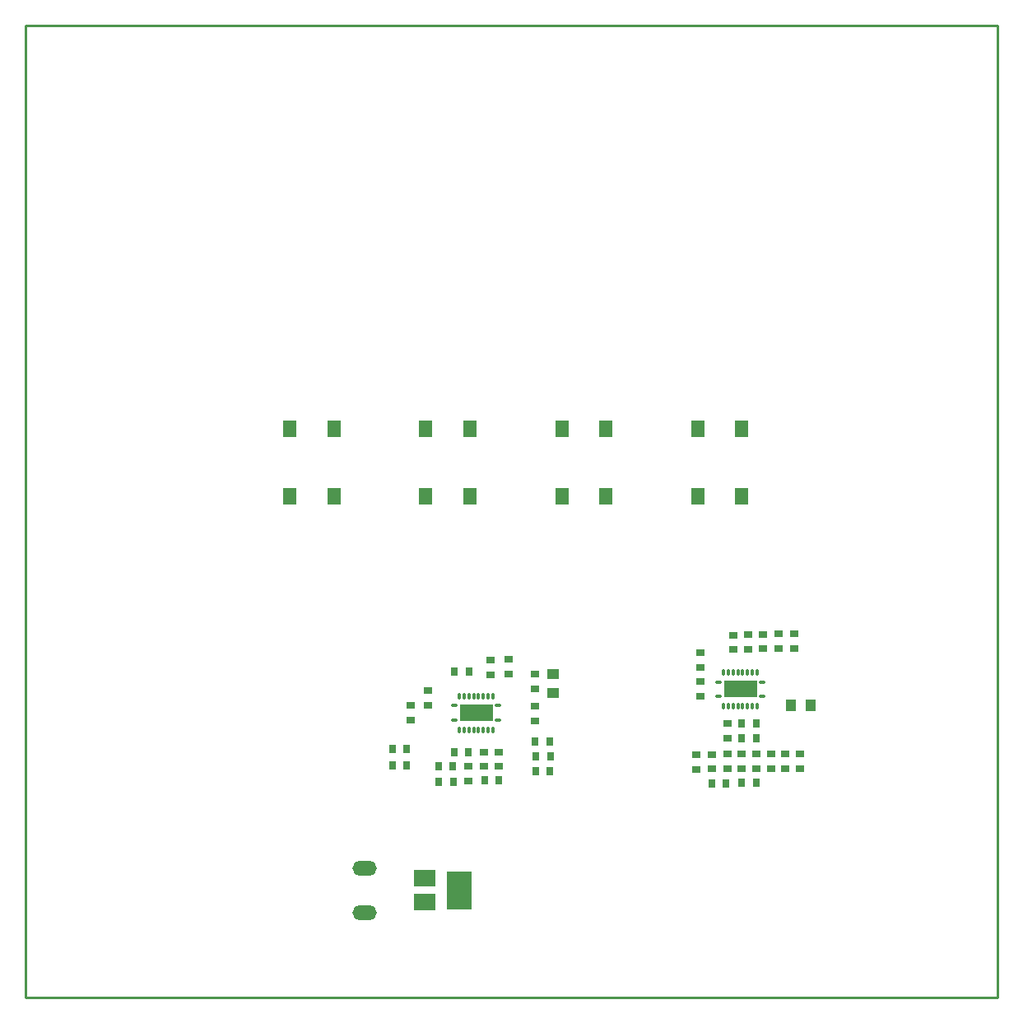
<source format=gbp>
%FSLAX25Y25*%
%MOIN*%
G70*
G01*
G75*
G04 Layer_Color=128*
%ADD10R,0.10000X0.07500*%
%ADD11R,0.03937X0.05118*%
%ADD12R,0.02362X0.03937*%
%ADD13R,0.02559X0.05315*%
%ADD14R,0.03937X0.02362*%
%ADD15O,0.03543X0.01969*%
%ADD16R,0.03543X0.01969*%
%ADD17O,0.03543X0.01969*%
%ADD18R,0.05000X0.06000*%
%ADD19O,0.09843X0.05906*%
%ADD20R,0.08661X0.07087*%
%ADD21R,0.09843X0.15748*%
%ADD22O,0.05906X0.03150*%
%ADD23R,0.04000X0.01969*%
%ADD24R,0.08000X0.02400*%
%ADD25O,0.08000X0.02400*%
%ADD26R,0.09449X0.08268*%
%ADD27O,0.00984X0.04724*%
%ADD28O,0.04724X0.00984*%
%ADD29O,0.04724X0.01772*%
%ADD30O,0.01772X0.04724*%
%ADD31R,0.04724X0.01772*%
%ADD32R,0.14410X0.09843*%
%ADD33R,0.14410X0.07874*%
%ADD34R,0.01969X0.06299*%
%ADD35R,0.03543X0.02126*%
%ADD36R,0.05118X0.03937*%
%ADD37R,0.09843X0.14410*%
%ADD38R,0.07874X0.14410*%
%ADD39R,0.06299X0.01969*%
%ADD40R,0.02126X0.03543*%
%ADD41R,0.03347X0.02756*%
%ADD42R,0.10630X0.03937*%
%ADD43R,0.20866X0.11024*%
%ADD44R,0.03937X0.10630*%
%ADD45R,0.21654X0.05630*%
%ADD46C,0.00800*%
%ADD47C,0.10000*%
%ADD48C,0.05000*%
%ADD49C,0.01000*%
%ADD50C,0.03500*%
%ADD51C,0.06000*%
%ADD52C,0.02000*%
%ADD53C,0.03000*%
%ADD54C,0.01500*%
%ADD55C,0.01200*%
%ADD56C,0.04000*%
%ADD57C,0.08000*%
%ADD58R,0.10571X0.09351*%
%ADD59R,0.10871X0.13938*%
%ADD60R,0.06400X0.08900*%
%ADD61R,0.08600X0.43171*%
%ADD62R,0.10722X0.08773*%
%ADD63R,0.28371X0.07471*%
%ADD64R,0.07400X0.15300*%
%ADD65R,0.44271X0.07764*%
%ADD66R,0.12367X0.05271*%
%ADD67R,0.10200X0.04900*%
%ADD68R,0.04000X0.18600*%
%ADD69R,0.18900X0.05200*%
%ADD70R,0.07300X0.29900*%
%ADD71R,0.23600X0.17400*%
%ADD72R,0.25624X0.17093*%
%ADD73R,0.24100X0.17400*%
%ADD74R,0.50200X0.62200*%
%ADD75R,0.24300X1.56600*%
%ADD76O,0.06000X0.10000*%
%ADD77R,0.06000X0.10000*%
%ADD78C,0.05512*%
%ADD79C,0.06693*%
%ADD80C,0.06000*%
%ADD81O,0.05906X0.09843*%
%ADD82R,0.05906X0.09843*%
%ADD83O,0.07874X0.15748*%
%ADD84C,0.05906*%
%ADD85R,0.05906X0.05906*%
%ADD86R,0.05906X0.05906*%
%ADD87C,0.05500*%
%ADD88O,0.09843X0.11811*%
%ADD89R,0.09843X0.11811*%
%ADD90O,0.11811X0.09843*%
%ADD91R,0.11811X0.09843*%
%ADD92C,0.03000*%
%ADD93C,0.02000*%
%ADD94C,0.04000*%
%ADD95C,0.05000*%
%ADD96R,0.05512X0.07087*%
%ADD97R,0.02756X0.03347*%
%ADD98R,0.13386X0.07087*%
%ADD99O,0.02756X0.01181*%
%ADD100O,0.01181X0.02756*%
%ADD101R,0.09100X0.04600*%
%ADD102R,0.04000X0.22000*%
%ADD103R,0.18000X0.06400*%
%ADD104R,0.05200X0.25200*%
%ADD105R,0.50100X0.62100*%
%ADD106R,0.24600X1.31200*%
%ADD107R,0.18400X0.60700*%
%ADD108R,0.46600X0.21200*%
%ADD109C,0.00500*%
%ADD110C,0.00394*%
%ADD111C,0.00787*%
%ADD112C,0.00591*%
%ADD113R,0.04724X0.02756*%
%ADD114R,0.01968X0.03543*%
%ADD115R,0.23900X1.76759*%
%ADD116R,0.10800X0.08300*%
%ADD117R,0.04737X0.05918*%
%ADD118R,0.03162X0.04737*%
%ADD119R,0.03359X0.06115*%
%ADD120R,0.04737X0.03162*%
%ADD121O,0.04343X0.02769*%
%ADD122R,0.04343X0.02769*%
%ADD123O,0.04343X0.02769*%
%ADD124R,0.05800X0.06800*%
%ADD125O,0.10642X0.06706*%
%ADD126R,0.09461X0.07887*%
%ADD127R,0.10642X0.16548*%
%ADD128O,0.06706X0.03950*%
%ADD129R,0.04800X0.02769*%
%ADD130R,0.08800X0.03200*%
%ADD131O,0.08800X0.03200*%
%ADD132R,0.10249X0.09068*%
%ADD133O,0.01784X0.05524*%
%ADD134O,0.05524X0.01784*%
%ADD135O,0.05524X0.02572*%
%ADD136O,0.02572X0.05524*%
%ADD137R,0.05524X0.02572*%
%ADD138R,0.15210X0.10642*%
%ADD139R,0.15210X0.08674*%
%ADD140R,0.02769X0.07099*%
%ADD141R,0.04343X0.02926*%
%ADD142R,0.05918X0.04737*%
%ADD143R,0.10642X0.15210*%
%ADD144R,0.08674X0.15210*%
%ADD145R,0.07099X0.02769*%
%ADD146R,0.02926X0.04343*%
%ADD147R,0.04147X0.03556*%
%ADD148R,0.11430X0.04737*%
%ADD149R,0.21666X0.11824*%
%ADD150R,0.04737X0.11430*%
%ADD151R,0.22453X0.06430*%
%ADD152O,0.06800X0.10800*%
%ADD153R,0.06800X0.10800*%
%ADD154C,0.06312*%
%ADD155C,0.07493*%
%ADD156C,0.06800*%
%ADD157O,0.06706X0.10642*%
%ADD158R,0.06706X0.10642*%
%ADD159O,0.08674X0.16548*%
%ADD160C,0.06706*%
%ADD161R,0.06706X0.06706*%
%ADD162R,0.06706X0.06706*%
%ADD163C,0.06300*%
%ADD164O,0.10642X0.12611*%
%ADD165R,0.10642X0.12611*%
%ADD166O,0.12611X0.10642*%
%ADD167R,0.12611X0.10642*%
%ADD168C,0.05800*%
%ADD169R,0.24600X1.77500*%
%ADD170R,1.11500X0.07500*%
%ADD171R,0.15700X0.26800*%
%ADD172R,0.11700X0.26700*%
%ADD173R,0.26300X0.08900*%
%ADD174R,0.06312X0.07887*%
%ADD175R,0.03556X0.04147*%
%ADD176R,0.14186X0.07887*%
%ADD177O,0.03556X0.01981*%
%ADD178O,0.01981X0.03556*%
D11*
X235174Y-275300D02*
D03*
X227300D02*
D03*
D19*
X54694Y-359355D02*
D03*
Y-341245D02*
D03*
D20*
X78906Y-355221D02*
D03*
X78906Y-345379D02*
D03*
D21*
X93080Y-350300D02*
D03*
D36*
X131100Y-262626D02*
D03*
Y-270500D02*
D03*
D41*
X102800Y-300200D02*
D03*
Y-294295D02*
D03*
X109100Y-300205D02*
D03*
Y-294300D02*
D03*
X73300Y-275395D02*
D03*
Y-281300D02*
D03*
X123600Y-275894D02*
D03*
Y-281800D02*
D03*
X113000Y-262806D02*
D03*
Y-256900D02*
D03*
X123600Y-262700D02*
D03*
Y-268605D02*
D03*
X105500Y-257000D02*
D03*
Y-262906D02*
D03*
X80300Y-269500D02*
D03*
Y-275406D02*
D03*
X96700Y-306095D02*
D03*
Y-300189D02*
D03*
X230800Y-301100D02*
D03*
Y-295195D02*
D03*
X224962Y-301100D02*
D03*
Y-295195D02*
D03*
X207450Y-301100D02*
D03*
Y-295195D02*
D03*
X201612Y-295195D02*
D03*
Y-301100D02*
D03*
X188800Y-295400D02*
D03*
Y-301306D02*
D03*
X201600Y-282800D02*
D03*
Y-288705D02*
D03*
X195175Y-295294D02*
D03*
Y-301200D02*
D03*
X190600Y-254000D02*
D03*
Y-259906D02*
D03*
X228500Y-246400D02*
D03*
Y-252306D02*
D03*
X209800Y-246700D02*
D03*
Y-252606D02*
D03*
X213287Y-301100D02*
D03*
Y-295195D02*
D03*
X222300Y-252306D02*
D03*
Y-246400D02*
D03*
X216100Y-252505D02*
D03*
Y-246600D02*
D03*
X219125Y-301100D02*
D03*
Y-295195D02*
D03*
X203800Y-246994D02*
D03*
Y-252900D02*
D03*
X190500Y-265895D02*
D03*
Y-271800D02*
D03*
D49*
X311024Y-393701D02*
Y0D01*
X-82677Y-393701D02*
X311024D01*
X-82677D02*
Y0D01*
X311024D01*
D96*
X24239Y-163270D02*
D03*
Y-190829D02*
D03*
X42153Y-163270D02*
D03*
Y-190829D02*
D03*
X134476Y-163270D02*
D03*
Y-190829D02*
D03*
X152389Y-163270D02*
D03*
Y-190829D02*
D03*
X79357Y-163270D02*
D03*
Y-190829D02*
D03*
X97271Y-163270D02*
D03*
Y-190829D02*
D03*
X189539Y-163270D02*
D03*
Y-190829D02*
D03*
X207452Y-163270D02*
D03*
Y-190829D02*
D03*
D97*
X84495Y-300195D02*
D03*
X90400D02*
D03*
X90995Y-261600D02*
D03*
X96900D02*
D03*
X129706Y-302200D02*
D03*
X123800D02*
D03*
X71700Y-293200D02*
D03*
X65794D02*
D03*
X71700Y-299700D02*
D03*
X65794D02*
D03*
X103200Y-305894D02*
D03*
X109106D02*
D03*
X96700Y-294295D02*
D03*
X90794D02*
D03*
X90600Y-306294D02*
D03*
X84694D02*
D03*
X129800Y-296000D02*
D03*
X123895D02*
D03*
X129600Y-290000D02*
D03*
X123695D02*
D03*
X207400Y-306800D02*
D03*
X213305D02*
D03*
X201105Y-307000D02*
D03*
X195200D02*
D03*
X207395Y-282800D02*
D03*
X213300D02*
D03*
X207295Y-288800D02*
D03*
X213200D02*
D03*
D98*
X99800Y-278500D02*
D03*
X206800Y-268900D02*
D03*
D99*
X108658Y-281453D02*
D03*
Y-275547D02*
D03*
X90942D02*
D03*
Y-281453D02*
D03*
X215658Y-271853D02*
D03*
Y-265947D02*
D03*
X197942D02*
D03*
Y-271853D02*
D03*
D100*
X106690Y-271610D02*
D03*
X104721D02*
D03*
X102753D02*
D03*
X100784D02*
D03*
X98816D02*
D03*
X96847D02*
D03*
X94879D02*
D03*
X92910D02*
D03*
Y-285390D02*
D03*
X94879D02*
D03*
X96847D02*
D03*
X98816D02*
D03*
X100784D02*
D03*
X102753D02*
D03*
X104721D02*
D03*
X106690D02*
D03*
X213690Y-262010D02*
D03*
X211721D02*
D03*
X209753D02*
D03*
X207784D02*
D03*
X205816D02*
D03*
X203847D02*
D03*
X201879D02*
D03*
X199910D02*
D03*
Y-275790D02*
D03*
X201879D02*
D03*
X203847D02*
D03*
X205816D02*
D03*
X207784D02*
D03*
X209753D02*
D03*
X211721D02*
D03*
X213690D02*
D03*
M02*

</source>
